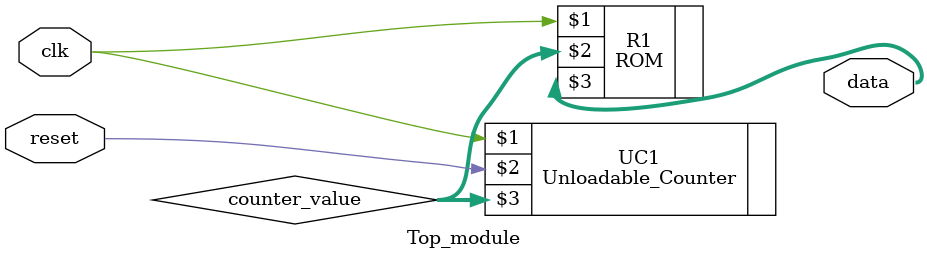
<source format=v>
`timescale 1ns / 1ps


module Top_module(
input clk,
input reset,
output [7:0] data
    );
    
wire [7:0] counter_value;

Unloadable_Counter UC1( clk, reset, counter_value);
ROM R1( clk, counter_value, data); 

endmodule

</source>
